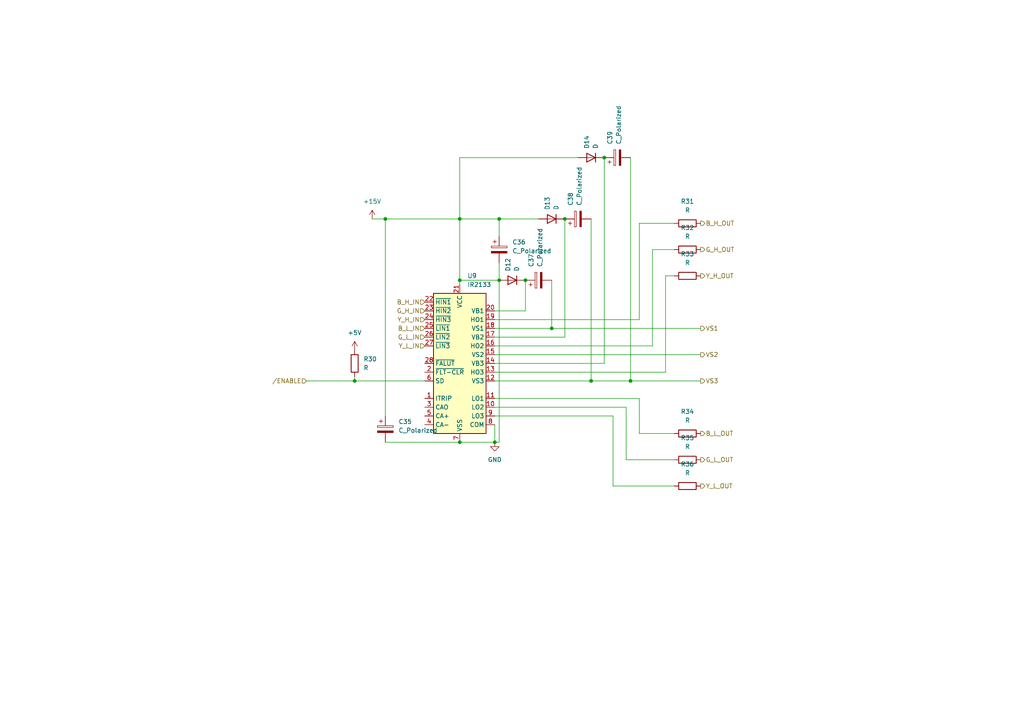
<source format=kicad_sch>
(kicad_sch (version 20230121) (generator eeschema)
  (paper "A4")
  (lib_symbols
    (symbol "Device:C_Polarized" (pin_numbers hide) (pin_names (offset 0.254))
      (property "Reference" "C" (at 0.635 2.54 0))
      (property "Value" "C_Polarized" (at 0.635 -2.54 0))
      (symbol "C_Polarized_0_1"
        (rectangle (start -2.286 0.508) (end 2.286 1.016))
        (polyline (pts (xy -1.778 2.286) (xy -0.762 2.286)))
        (polyline (pts (xy -1.27 2.794) (xy -1.27 1.778)))
        (rectangle (start 2.286 -0.508) (end -2.286 -1.016) (fill (type outline)))
      )
      (symbol "C_Polarized_1_1"
        (pin passive line (at 0 3.81 270) (length 2.794) (name "~") (number "1"))
        (pin passive line (at 0 -3.81 90) (length 2.794) (name "~") (number "2"))
      )
    )
    (symbol "Device:D" (pin_numbers hide) (pin_names (offset 1.016) hide)
      (property "Reference" "D" (at 0 2.54 0))
      (property "Value" "D" (at 0 -2.54 0))
      (symbol "D_0_1"
        (polyline (pts (xy -1.27 1.27) (xy -1.27 -1.27)) (stroke (width 0.254)))
        (polyline (pts (xy 1.27 0) (xy -1.27 0)))
        (polyline (pts (xy 1.27 1.27) (xy 1.27 -1.27) (xy -1.27 0) (xy 1.27 1.27)) (stroke (width 0.254)))
      )
      (symbol "D_1_1"
        (pin passive line (at -3.81 0 0) (length 2.54) (name "K") (number "1"))
        (pin passive line (at 3.81 0 180) (length 2.54) (name "A") (number "2"))
      )
    )
    (symbol "Device:R" (pin_numbers hide) (pin_names (offset 0))
      (property "Reference" "R" (at 2.032 0 90))
      (property "Value" "R" (at 0 0 90))
      (symbol "R_0_1"
        (rectangle (start -1.016 -2.54) (end 1.016 2.54) (stroke (width 0.254)))
      )
      (symbol "R_1_1"
        (pin passive line (at 0 3.81 270) (length 1.27) (name "~") (number "1"))
        (pin passive line (at 0 -3.81 90) (length 1.27) (name "~") (number "2"))
      )
    )
    (symbol "Driver_FET:IR2133"
      (property "Reference" "U" (at -7.62 22.86 0))
      (property "Value" "IR2133" (at 7.62 22.86 0))
      (symbol "IR2133_0_1"
        (rectangle (start -7.62 -20.32) (end 7.62 20.32) (stroke (width 0.254)) (fill (type background)))
      )
      (symbol "IR2133_1_1"
        (pin input line (at -10.16 -10.16 0) (length 2.54) (name "ITRIP") (number "1"))
        (pin output line (at 10.16 -12.7 180) (length 2.54) (name "LO2") (number "10"))
        (pin output line (at 10.16 -10.16 180) (length 2.54) (name "LO1") (number "11"))
        (pin passive line (at 10.16 -5.08 180) (length 2.54) (name "VS3") (number "12"))
        (pin output line (at 10.16 -2.54 180) (length 2.54) (name "HO3") (number "13"))
        (pin passive line (at 10.16 0 180) (length 2.54) (name "VB3") (number "14"))
        (pin passive line (at 10.16 2.54 180) (length 2.54) (name "VS2") (number "15"))
        (pin output line (at 10.16 5.08 180) (length 2.54) (name "HO2") (number "16"))
        (pin passive line (at 10.16 7.62 180) (length 2.54) (name "VB2") (number "17"))
        (pin passive line (at 10.16 10.16 180) (length 2.54) (name "VS1") (number "18"))
        (pin output line (at 10.16 12.7 180) (length 2.54) (name "HO1") (number "19"))
        (pin input line (at -10.16 -2.54 0) (length 2.54) (name "~{FLT-CLR}") (number "2"))
        (pin passive line (at 10.16 15.24 180) (length 2.54) (name "VB1") (number "20"))
        (pin power_in line (at 0 22.86 270) (length 2.54) (name "VCC") (number "21"))
        (pin input line (at -10.16 17.78 0) (length 2.54) (name "~{HIN1}") (number "22"))
        (pin input line (at -10.16 15.24 0) (length 2.54) (name "~{HIN2}") (number "23"))
        (pin input line (at -10.16 12.7 0) (length 2.54) (name "~{HIN3}") (number "24"))
        (pin input line (at -10.16 10.16 0) (length 2.54) (name "~{LIN1}") (number "25"))
        (pin input line (at -10.16 7.62 0) (length 2.54) (name "~{LIN2}") (number "26"))
        (pin input line (at -10.16 5.08 0) (length 2.54) (name "~{LIN3}") (number "27"))
        (pin output line (at -10.16 0 0) (length 2.54) (name "~{FALUT}") (number "28"))
        (pin output line (at -10.16 -12.7 0) (length 2.54) (name "CAO") (number "3"))
        (pin input line (at -10.16 -17.78 0) (length 2.54) (name "CA-") (number "4"))
        (pin input line (at -10.16 -15.24 0) (length 2.54) (name "CA+") (number "5"))
        (pin input line (at -10.16 -5.08 0) (length 2.54) (name "SD") (number "6"))
        (pin power_in line (at 0 -22.86 90) (length 2.54) (name "VSS") (number "7"))
        (pin passive line (at 10.16 -17.78 180) (length 2.54) (name "COM") (number "8"))
        (pin output line (at 10.16 -15.24 180) (length 2.54) (name "LO3") (number "9"))
      )
    )
    (symbol "power:+15V" (power) (pin_names (offset 0))
      (property "Value" "+15V" (at 0 3.556 0))
      (symbol "+15V_0_1"
        (polyline (pts (xy -0.762 1.27) (xy 0 2.54)))
        (polyline (pts (xy 0 0) (xy 0 2.54)))
        (polyline (pts (xy 0 2.54) (xy 0.762 1.27)))
      )
      (symbol "+15V_1_1"
        (pin power_in line (at 0 0 90) (length 0) hide (name "+15V") (number "1"))
      )
    )
    (symbol "power:+5V" (power) (pin_names (offset 0))
      (property "Value" "+5V" (at 0 3.556 0))
      (symbol "+5V_0_1"
        (polyline (pts (xy -0.762 1.27) (xy 0 2.54)))
        (polyline (pts (xy 0 0) (xy 0 2.54)))
        (polyline (pts (xy 0 2.54) (xy 0.762 1.27)))
      )
      (symbol "+5V_1_1"
        (pin power_in line (at 0 0 90) (length 0) hide (name "+5V") (number "1"))
      )
    )
    (symbol "power:GND" (power) (pin_names (offset 0))
      (property "Value" "GND" (at 0 -3.81 0))
      (symbol "GND_0_1"
        (polyline (pts (xy 0 0) (xy 0 -1.27) (xy 1.27 -1.27) (xy 0 -2.54) (xy -1.27 -1.27) (xy 0 -1.27)))
      )
      (symbol "GND_1_1"
        (pin power_in line (at 0 0 270) (length 0) hide (name "GND") (number "1"))
      )
    )
  )
  (junction (at 133.35 81.28))
  (junction (at 111.76 63.5))
  (junction (at 133.35 63.5))
  (junction (at 163.83 63.5))
  (junction (at 133.35 128.27))
  (junction (at 171.45 110.49))
  (junction (at 160.02 95.25))
  (junction (at 152.4 81.28))
  (junction (at 102.87 110.49))
  (junction (at 144.78 81.28))
  (junction (at 144.78 63.5))
  (junction (at 175.26 45.72))
  (junction (at 182.88 110.49))
  (junction (at 143.51 128.27))
  (wire (pts (xy 181.61 133.35) (xy 195.58 133.35)))
  (wire (pts (xy 133.35 45.72) (xy 133.35 63.5)))
  (wire (pts (xy 160.02 95.25) (xy 203.2 95.25)))
  (wire (pts (xy 160.02 81.28) (xy 160.02 95.25)))
  (wire (pts (xy 185.42 92.71) (xy 185.42 64.77)))
  (wire (pts (xy 143.51 95.25) (xy 160.02 95.25)))
  (wire (pts (xy 102.87 109.22) (xy 102.87 110.49)))
  (wire (pts (xy 111.76 128.27) (xy 133.35 128.27)))
  (wire (pts (xy 185.42 64.77) (xy 195.58 64.77)))
  (wire (pts (xy 182.88 110.49) (xy 203.2 110.49)))
  (wire (pts (xy 193.04 107.95) (xy 193.04 80.01)))
  (wire (pts (xy 144.78 63.5) (xy 133.35 63.5)))
  (wire (pts (xy 182.88 45.72) (xy 182.88 110.49)))
  (wire (pts (xy 156.21 63.5) (xy 144.78 63.5)))
  (wire (pts (xy 163.83 97.79) (xy 163.83 63.5)))
  (wire (pts (xy 143.51 102.87) (xy 203.2 102.87)))
  (wire (pts (xy 143.51 105.41) (xy 175.26 105.41)))
  (wire (pts (xy 102.87 110.49) (xy 123.19 110.49)))
  (wire (pts (xy 143.51 97.79) (xy 163.83 97.79)))
  (wire (pts (xy 152.4 90.17) (xy 152.4 81.28)))
  (wire (pts (xy 171.45 110.49) (xy 182.88 110.49)))
  (wire (pts (xy 175.26 105.41) (xy 175.26 45.72)))
  (wire (pts (xy 189.23 72.39) (xy 195.58 72.39)))
  (wire (pts (xy 167.64 45.72) (xy 133.35 45.72)))
  (wire (pts (xy 111.76 63.5) (xy 111.76 120.65)))
  (wire (pts (xy 143.51 123.19) (xy 143.51 128.27)))
  (wire (pts (xy 143.51 107.95) (xy 193.04 107.95)))
  (wire (pts (xy 193.04 80.01) (xy 195.58 80.01)))
  (wire (pts (xy 185.42 125.73) (xy 195.58 125.73)))
  (wire (pts (xy 143.51 92.71) (xy 185.42 92.71)))
  (wire (pts (xy 177.8 120.65) (xy 177.8 140.97)))
  (wire (pts (xy 181.61 118.11) (xy 181.61 133.35)))
  (wire (pts (xy 133.35 63.5) (xy 133.35 81.28)))
  (wire (pts (xy 185.42 115.57) (xy 185.42 125.73)))
  (wire (pts (xy 143.51 120.65) (xy 177.8 120.65)))
  (wire (pts (xy 144.78 76.2) (xy 144.78 81.28)))
  (wire (pts (xy 88.9 110.49) (xy 102.87 110.49)))
  (wire (pts (xy 133.35 128.27) (xy 143.51 128.27)))
  (wire (pts (xy 177.8 140.97) (xy 195.58 140.97)))
  (wire (pts (xy 144.78 63.5) (xy 144.78 68.58)))
  (wire (pts (xy 143.51 118.11) (xy 181.61 118.11)))
  (wire (pts (xy 171.45 63.5) (xy 171.45 110.49)))
  (wire (pts (xy 143.51 90.17) (xy 152.4 90.17)))
  (wire (pts (xy 144.78 128.27) (xy 143.51 128.27)))
  (wire (pts (xy 143.51 115.57) (xy 185.42 115.57)))
  (wire (pts (xy 133.35 81.28) (xy 133.35 82.55)))
  (wire (pts (xy 143.51 100.33) (xy 189.23 100.33)))
  (wire (pts (xy 189.23 100.33) (xy 189.23 72.39)))
  (wire (pts (xy 144.78 81.28) (xy 133.35 81.28)))
  (wire (pts (xy 143.51 110.49) (xy 171.45 110.49)))
  (wire (pts (xy 107.95 63.5) (xy 111.76 63.5)))
  (wire (pts (xy 144.78 81.28) (xy 144.78 128.27)))
  (wire (pts (xy 111.76 63.5) (xy 133.35 63.5)))
  (hierarchical_label "B_H_IN" (shape input) (at 123.19 87.63 180))
  (hierarchical_label "{slash}ENABLE" (shape input) (at 88.9 110.49 180))
  (hierarchical_label "Y_H_OUT" (shape output) (at 203.2 80.01 0))
  (hierarchical_label "Y_H_IN" (shape input) (at 123.19 92.71 180))
  (hierarchical_label "VS1" (shape output) (at 203.2 95.25 0))
  (hierarchical_label "B_L_IN" (shape input) (at 123.19 95.25 180))
  (hierarchical_label "G_H_IN" (shape input) (at 123.19 90.17 180))
  (hierarchical_label "G_L_IN" (shape input) (at 123.19 97.79 180))
  (hierarchical_label "VS2" (shape output) (at 203.2 102.87 0))
  (hierarchical_label "G_H_OUT" (shape output) (at 203.2 72.39 0))
  (hierarchical_label "B_L_OUT" (shape output) (at 203.2 125.73 0))
  (hierarchical_label "VS3" (shape output) (at 203.2 110.49 0))
  (hierarchical_label "Y_L_IN" (shape input) (at 123.19 100.33 180))
  (hierarchical_label "Y_L_OUT" (shape output) (at 203.2 140.97 0))
  (hierarchical_label "B_H_OUT" (shape output) (at 203.2 64.77 0))
  (hierarchical_label "G_L_OUT" (shape output) (at 203.2 133.35 0))
  (symbol (lib_id "power:+15V") (at 107.95 63.5 0) (unit 1)
    (property "Reference" "#PWR063" (effects hide))
    (property "Value" "+15V" (at 107.95 58.42 0))
    (instances (project "main" (path "" (reference "#PWR063") (unit 1)) (path "" (reference "#PWR031") (unit 1))))
  )
  (symbol (lib_id "Driver_FET:IR2133") (at 133.35 105.41 0) (unit 1)
    (property "Reference" "U9" (at 135.5441 80.01 0) (effects (justify left)))
    (property "Value" "IR2133" (at 135.5441 82.55 0) (effects (justify left)))
    (property "Footprint" "Package_DIP:DIP-28_W15.24mm" (effects hide))
    (property "Datasheet" "https://www.infineon.com/dgdl/Infineon-IR2x33-IR2x35-DataSheet-v01_00-EN.pdf?fileId=5546d462533600a4015355c890ba169f" (effects hide))
    (instances (project "main" (path "" (reference "U9") (unit 1)) (path "" (reference "U5") (unit 1))))
  )
  (symbol (lib_id "Device:R") (at 199.39 72.39 90) (unit 1)
    (property "Reference" "R32" (at 199.39 66.04 90))
    (property "Value" "R" (at 199.39 68.58 90))
    (instances (project "main" (path "" (reference "R32") (unit 1)) (path "" (reference "R16") (unit 1))))
  )
  (symbol (lib_id "power:GND") (at 143.51 128.27 0) (unit 1)
    (property "Reference" "#PWR064" (effects hide))
    (property "Value" "GND" (at 143.51 133.35 0))
    (instances (project "main" (path "" (reference "#PWR064") (unit 1)) (path "" (reference "#PWR032") (unit 1))))
  )
  (symbol (lib_id "Device:R") (at 199.39 64.77 90) (unit 1)
    (property "Reference" "R31" (at 199.39 58.42 90))
    (property "Value" "R" (at 199.39 60.96 90))
    (instances (project "main" (path "" (reference "R31") (unit 1)) (path "" (reference "R15") (unit 1))))
  )
  (symbol (lib_id "Device:C_Polarized") (at 179.07 45.72 90) (unit 1)
    (property "Reference" "C39" (at 176.911 41.91 0) (effects (justify left)))
    (property "Value" "C_Polarized" (at 179.451 41.91 0) (effects (justify left)))
    (instances (project "main" (path "" (reference "C39") (unit 1)) (path "" (reference "C18") (unit 1))))
  )
  (symbol (lib_id "Device:R") (at 102.87 105.41 0) (unit 1)
    (property "Reference" "R30" (at 105.41 104.14 0) (effects (justify left)))
    (property "Value" "R" (at 105.41 106.68 0) (effects (justify left)))
    (instances (project "main" (path "" (reference "R30") (unit 1)) (path "" (reference "R14") (unit 1))))
  )
  (symbol (lib_id "Device:C_Polarized") (at 111.76 124.46 0) (unit 1)
    (property "Reference" "C35" (at 115.57 122.301 0) (effects (justify left)))
    (property "Value" "C_Polarized" (at 115.57 124.841 0) (effects (justify left)))
    (instances (project "main" (path "" (reference "C35") (unit 1)) (path "" (reference "C14") (unit 1))))
  )
  (symbol (lib_id "Device:C_Polarized") (at 156.21 81.28 90) (unit 1)
    (property "Reference" "C37" (at 154.051 77.47 0) (effects (justify left)))
    (property "Value" "C_Polarized" (at 156.591 77.47 0) (effects (justify left)))
    (instances (project "main" (path "" (reference "C37") (unit 1)) (path "" (reference "C16") (unit 1))))
  )
  (symbol (lib_id "Device:D") (at 160.02 63.5 180) (unit 1)
    (property "Reference" "D13" (at 158.75 60.96 90) (effects (justify right)))
    (property "Value" "D" (at 161.29 60.96 90) (effects (justify right)))
    (instances (project "main" (path "" (reference "D13") (unit 1)) (path "" (reference "D10") (unit 1))))
  )
  (symbol (lib_id "Device:D") (at 171.45 45.72 180) (unit 1)
    (property "Reference" "D14" (at 170.18 43.18 90) (effects (justify right)))
    (property "Value" "D" (at 172.72 43.18 90) (effects (justify right)))
    (instances (project "main" (path "" (reference "D14") (unit 1)) (path "" (reference "D11") (unit 1))))
  )
  (symbol (lib_id "Device:C_Polarized") (at 167.64 63.5 90) (unit 1)
    (property "Reference" "C38" (at 165.481 59.69 0) (effects (justify left)))
    (property "Value" "C_Polarized" (at 168.021 59.69 0) (effects (justify left)))
    (instances (project "main" (path "" (reference "C38") (unit 1)) (path "" (reference "C17") (unit 1))))
  )
  (symbol (lib_id "power:+5V") (at 102.87 101.6 0) (unit 1)
    (property "Reference" "#PWR062" (effects hide))
    (property "Value" "+5V" (at 102.87 96.52 0))
    (instances (project "main" (path "" (reference "#PWR062") (unit 1)) (path "" (reference "#PWR030") (unit 1))))
  )
  (symbol (lib_id "Device:C_Polarized") (at 144.78 72.39 0) (unit 1)
    (property "Reference" "C36" (at 148.59 70.231 0) (effects (justify left)))
    (property "Value" "C_Polarized" (at 148.59 72.771 0) (effects (justify left)))
    (instances (project "main" (path "" (reference "C36") (unit 1)) (path "" (reference "C15") (unit 1))))
  )
  (symbol (lib_id "Device:R") (at 199.39 133.35 90) (unit 1)
    (property "Reference" "R35" (at 199.39 127 90))
    (property "Value" "R" (at 199.39 129.54 90))
    (instances (project "main" (path "" (reference "R35") (unit 1)) (path "" (reference "R19") (unit 1))))
  )
  (symbol (lib_id "Device:R") (at 199.39 80.01 90) (unit 1)
    (property "Reference" "R33" (at 199.39 73.66 90))
    (property "Value" "R" (at 199.39 76.2 90))
    (instances (project "main" (path "" (reference "R33") (unit 1)) (path "" (reference "R17") (unit 1))))
  )
  (symbol (lib_id "Device:R") (at 199.39 140.97 90) (unit 1)
    (property "Reference" "R36" (at 199.39 134.62 90))
    (property "Value" "R" (at 199.39 137.16 90))
    (instances (project "main" (path "" (reference "R36") (unit 1)) (path "" (reference "R20") (unit 1))))
  )
  (symbol (lib_id "Device:D") (at 148.59 81.28 180) (unit 1)
    (property "Reference" "D12" (at 147.32 78.74 90) (effects (justify right)))
    (property "Value" "D" (at 149.86 78.74 90) (effects (justify right)))
    (instances (project "main" (path "" (reference "D12") (unit 1)) (path "" (reference "D9") (unit 1))))
  )
  (symbol (lib_id "Device:R") (at 199.39 125.73 90) (unit 1)
    (property "Reference" "R34" (at 199.39 119.38 90))
    (property "Value" "R" (at 199.39 121.92 90))
    (instances (project "main" (path "" (reference "R34") (unit 1)) (path "" (reference "R18") (unit 1))))
  )
)
</source>
